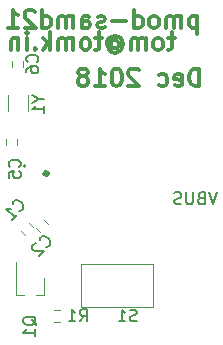
<source format=gbo>
G04 #@! TF.GenerationSoftware,KiCad,Pcbnew,5.0.1*
G04 #@! TF.CreationDate,2018-12-09T07:22:16-08:00*
G04 #@! TF.ProjectId,pmod-samd21-usbu,706D6F642D73616D6432312D75736275,rev?*
G04 #@! TF.SameCoordinates,PX8822960PY9c3a754*
G04 #@! TF.FileFunction,Legend,Bot*
G04 #@! TF.FilePolarity,Positive*
%FSLAX46Y46*%
G04 Gerber Fmt 4.6, Leading zero omitted, Abs format (unit mm)*
G04 Created by KiCad (PCBNEW 5.0.1) date Sun 09 Dec 2018 07:22:16 AM PST*
%MOMM*%
%LPD*%
G01*
G04 APERTURE LIST*
%ADD10C,0.300000*%
%ADD11C,0.170000*%
%ADD12C,0.400000*%
%ADD13C,0.120000*%
%ADD14C,0.150000*%
%ADD15C,0.652000*%
%ADD16O,2.302000X1.602000*%
%ADD17C,0.402000*%
%ADD18C,0.100000*%
%ADD19R,1.902000X1.102000*%
%ADD20C,0.602000*%
%ADD21R,0.602000X0.702000*%
%ADD22R,0.552000X1.602000*%
%ADD23R,0.502000X0.702000*%
%ADD24R,2.282000X1.702000*%
%ADD25C,1.602000*%
G04 APERTURE END LIST*
D10*
X16626042Y21965529D02*
X16626042Y23465529D01*
X16268900Y23465529D01*
X16054614Y23394100D01*
X15911757Y23251243D01*
X15840328Y23108386D01*
X15768900Y22822672D01*
X15768900Y22608386D01*
X15840328Y22322672D01*
X15911757Y22179815D01*
X16054614Y22036958D01*
X16268900Y21965529D01*
X16626042Y21965529D01*
X14554614Y22036958D02*
X14697471Y21965529D01*
X14983185Y21965529D01*
X15126042Y22036958D01*
X15197471Y22179815D01*
X15197471Y22751243D01*
X15126042Y22894100D01*
X14983185Y22965529D01*
X14697471Y22965529D01*
X14554614Y22894100D01*
X14483185Y22751243D01*
X14483185Y22608386D01*
X15197471Y22465529D01*
X13197471Y22036958D02*
X13340328Y21965529D01*
X13626042Y21965529D01*
X13768900Y22036958D01*
X13840328Y22108386D01*
X13911757Y22251243D01*
X13911757Y22679815D01*
X13840328Y22822672D01*
X13768900Y22894100D01*
X13626042Y22965529D01*
X13340328Y22965529D01*
X13197471Y22894100D01*
X11483185Y23322672D02*
X11411757Y23394100D01*
X11268900Y23465529D01*
X10911757Y23465529D01*
X10768900Y23394100D01*
X10697471Y23322672D01*
X10626042Y23179815D01*
X10626042Y23036958D01*
X10697471Y22822672D01*
X11554614Y21965529D01*
X10626042Y21965529D01*
X9697471Y23465529D02*
X9554614Y23465529D01*
X9411757Y23394100D01*
X9340328Y23322672D01*
X9268900Y23179815D01*
X9197471Y22894100D01*
X9197471Y22536958D01*
X9268900Y22251243D01*
X9340328Y22108386D01*
X9411757Y22036958D01*
X9554614Y21965529D01*
X9697471Y21965529D01*
X9840328Y22036958D01*
X9911757Y22108386D01*
X9983185Y22251243D01*
X10054614Y22536958D01*
X10054614Y22894100D01*
X9983185Y23179815D01*
X9911757Y23322672D01*
X9840328Y23394100D01*
X9697471Y23465529D01*
X7768900Y21965529D02*
X8626042Y21965529D01*
X8197471Y21965529D02*
X8197471Y23465529D01*
X8340328Y23251243D01*
X8483185Y23108386D01*
X8626042Y23036958D01*
X6911757Y22822672D02*
X7054614Y22894100D01*
X7126042Y22965529D01*
X7197471Y23108386D01*
X7197471Y23179815D01*
X7126042Y23322672D01*
X7054614Y23394100D01*
X6911757Y23465529D01*
X6626042Y23465529D01*
X6483185Y23394100D01*
X6411757Y23322672D01*
X6340328Y23179815D01*
X6340328Y23108386D01*
X6411757Y22965529D01*
X6483185Y22894100D01*
X6626042Y22822672D01*
X6911757Y22822672D01*
X7054614Y22751243D01*
X7126042Y22679815D01*
X7197471Y22536958D01*
X7197471Y22251243D01*
X7126042Y22108386D01*
X7054614Y22036958D01*
X6911757Y21965529D01*
X6626042Y21965529D01*
X6483185Y22036958D01*
X6411757Y22108386D01*
X6340328Y22251243D01*
X6340328Y22536958D01*
X6411757Y22679815D01*
X6483185Y22751243D01*
X6626042Y22822672D01*
X16470900Y27905829D02*
X16470900Y26405829D01*
X16470900Y27834400D02*
X16328042Y27905829D01*
X16042328Y27905829D01*
X15899471Y27834400D01*
X15828042Y27762972D01*
X15756614Y27620115D01*
X15756614Y27191543D01*
X15828042Y27048686D01*
X15899471Y26977258D01*
X16042328Y26905829D01*
X16328042Y26905829D01*
X16470900Y26977258D01*
X15113757Y26905829D02*
X15113757Y27905829D01*
X15113757Y27762972D02*
X15042328Y27834400D01*
X14899471Y27905829D01*
X14685185Y27905829D01*
X14542328Y27834400D01*
X14470900Y27691543D01*
X14470900Y26905829D01*
X14470900Y27691543D02*
X14399471Y27834400D01*
X14256614Y27905829D01*
X14042328Y27905829D01*
X13899471Y27834400D01*
X13828042Y27691543D01*
X13828042Y26905829D01*
X12899471Y26905829D02*
X13042328Y26977258D01*
X13113757Y27048686D01*
X13185185Y27191543D01*
X13185185Y27620115D01*
X13113757Y27762972D01*
X13042328Y27834400D01*
X12899471Y27905829D01*
X12685185Y27905829D01*
X12542328Y27834400D01*
X12470900Y27762972D01*
X12399471Y27620115D01*
X12399471Y27191543D01*
X12470900Y27048686D01*
X12542328Y26977258D01*
X12685185Y26905829D01*
X12899471Y26905829D01*
X11113757Y26905829D02*
X11113757Y28405829D01*
X11113757Y26977258D02*
X11256614Y26905829D01*
X11542328Y26905829D01*
X11685185Y26977258D01*
X11756614Y27048686D01*
X11828042Y27191543D01*
X11828042Y27620115D01*
X11756614Y27762972D01*
X11685185Y27834400D01*
X11542328Y27905829D01*
X11256614Y27905829D01*
X11113757Y27834400D01*
X10399471Y27477258D02*
X9256614Y27477258D01*
X8613757Y26977258D02*
X8470900Y26905829D01*
X8185185Y26905829D01*
X8042328Y26977258D01*
X7970900Y27120115D01*
X7970900Y27191543D01*
X8042328Y27334400D01*
X8185185Y27405829D01*
X8399471Y27405829D01*
X8542328Y27477258D01*
X8613757Y27620115D01*
X8613757Y27691543D01*
X8542328Y27834400D01*
X8399471Y27905829D01*
X8185185Y27905829D01*
X8042328Y27834400D01*
X6685185Y26905829D02*
X6685185Y27691543D01*
X6756614Y27834400D01*
X6899471Y27905829D01*
X7185185Y27905829D01*
X7328042Y27834400D01*
X6685185Y26977258D02*
X6828042Y26905829D01*
X7185185Y26905829D01*
X7328042Y26977258D01*
X7399471Y27120115D01*
X7399471Y27262972D01*
X7328042Y27405829D01*
X7185185Y27477258D01*
X6828042Y27477258D01*
X6685185Y27548686D01*
X5970900Y26905829D02*
X5970900Y27905829D01*
X5970900Y27762972D02*
X5899471Y27834400D01*
X5756614Y27905829D01*
X5542328Y27905829D01*
X5399471Y27834400D01*
X5328042Y27691543D01*
X5328042Y26905829D01*
X5328042Y27691543D02*
X5256614Y27834400D01*
X5113757Y27905829D01*
X4899471Y27905829D01*
X4756614Y27834400D01*
X4685185Y27691543D01*
X4685185Y26905829D01*
X3328042Y26905829D02*
X3328042Y28405829D01*
X3328042Y26977258D02*
X3470900Y26905829D01*
X3756614Y26905829D01*
X3899471Y26977258D01*
X3970900Y27048686D01*
X4042328Y27191543D01*
X4042328Y27620115D01*
X3970900Y27762972D01*
X3899471Y27834400D01*
X3756614Y27905829D01*
X3470900Y27905829D01*
X3328042Y27834400D01*
X2685185Y28262972D02*
X2613757Y28334400D01*
X2470900Y28405829D01*
X2113757Y28405829D01*
X1970900Y28334400D01*
X1899471Y28262972D01*
X1828042Y28120115D01*
X1828042Y27977258D01*
X1899471Y27762972D01*
X2756614Y26905829D01*
X1828042Y26905829D01*
X399471Y26905829D02*
X1256614Y26905829D01*
X828042Y26905829D02*
X828042Y28405829D01*
X970900Y28191543D01*
X1113757Y28048686D01*
X1256614Y27977258D01*
X14528714Y26026229D02*
X13957285Y26026229D01*
X14314428Y26526229D02*
X14314428Y25240515D01*
X14243000Y25097658D01*
X14100142Y25026229D01*
X13957285Y25026229D01*
X13243000Y25026229D02*
X13385857Y25097658D01*
X13457285Y25169086D01*
X13528714Y25311943D01*
X13528714Y25740515D01*
X13457285Y25883372D01*
X13385857Y25954800D01*
X13243000Y26026229D01*
X13028714Y26026229D01*
X12885857Y25954800D01*
X12814428Y25883372D01*
X12743000Y25740515D01*
X12743000Y25311943D01*
X12814428Y25169086D01*
X12885857Y25097658D01*
X13028714Y25026229D01*
X13243000Y25026229D01*
X12100142Y25026229D02*
X12100142Y26026229D01*
X12100142Y25883372D02*
X12028714Y25954800D01*
X11885857Y26026229D01*
X11671571Y26026229D01*
X11528714Y25954800D01*
X11457285Y25811943D01*
X11457285Y25026229D01*
X11457285Y25811943D02*
X11385857Y25954800D01*
X11243000Y26026229D01*
X11028714Y26026229D01*
X10885857Y25954800D01*
X10814428Y25811943D01*
X10814428Y25026229D01*
X9171571Y25740515D02*
X9243000Y25811943D01*
X9385857Y25883372D01*
X9528714Y25883372D01*
X9671571Y25811943D01*
X9743000Y25740515D01*
X9814428Y25597658D01*
X9814428Y25454800D01*
X9743000Y25311943D01*
X9671571Y25240515D01*
X9528714Y25169086D01*
X9385857Y25169086D01*
X9243000Y25240515D01*
X9171571Y25311943D01*
X9171571Y25883372D02*
X9171571Y25311943D01*
X9100142Y25240515D01*
X9028714Y25240515D01*
X8885857Y25311943D01*
X8814428Y25454800D01*
X8814428Y25811943D01*
X8957285Y26026229D01*
X9171571Y26169086D01*
X9457285Y26240515D01*
X9743000Y26169086D01*
X9957285Y26026229D01*
X10100142Y25811943D01*
X10171571Y25526229D01*
X10100142Y25240515D01*
X9957285Y25026229D01*
X9743000Y24883372D01*
X9457285Y24811943D01*
X9171571Y24883372D01*
X8957285Y25026229D01*
X8385857Y26026229D02*
X7814428Y26026229D01*
X8171571Y26526229D02*
X8171571Y25240515D01*
X8100142Y25097658D01*
X7957285Y25026229D01*
X7814428Y25026229D01*
X7100142Y25026229D02*
X7243000Y25097658D01*
X7314428Y25169086D01*
X7385857Y25311943D01*
X7385857Y25740515D01*
X7314428Y25883372D01*
X7243000Y25954800D01*
X7100142Y26026229D01*
X6885857Y26026229D01*
X6743000Y25954800D01*
X6671571Y25883372D01*
X6600142Y25740515D01*
X6600142Y25311943D01*
X6671571Y25169086D01*
X6743000Y25097658D01*
X6885857Y25026229D01*
X7100142Y25026229D01*
X5957285Y25026229D02*
X5957285Y26026229D01*
X5957285Y25883372D02*
X5885857Y25954800D01*
X5743000Y26026229D01*
X5528714Y26026229D01*
X5385857Y25954800D01*
X5314428Y25811943D01*
X5314428Y25026229D01*
X5314428Y25811943D02*
X5243000Y25954800D01*
X5100142Y26026229D01*
X4885857Y26026229D01*
X4743000Y25954800D01*
X4671571Y25811943D01*
X4671571Y25026229D01*
X3957285Y25026229D02*
X3957285Y26526229D01*
X3814428Y25597658D02*
X3385857Y25026229D01*
X3385857Y26026229D02*
X3957285Y25454800D01*
X2743000Y25169086D02*
X2671571Y25097658D01*
X2743000Y25026229D01*
X2814428Y25097658D01*
X2743000Y25169086D01*
X2743000Y25026229D01*
X2028714Y25026229D02*
X2028714Y26026229D01*
X2028714Y26526229D02*
X2100142Y26454800D01*
X2028714Y26383372D01*
X1957285Y26454800D01*
X2028714Y26526229D01*
X2028714Y26383372D01*
X1314428Y26026229D02*
X1314428Y25026229D01*
X1314428Y25883372D02*
X1243000Y25954800D01*
X1100142Y26026229D01*
X885857Y26026229D01*
X743000Y25954800D01*
X671571Y25811943D01*
X671571Y25026229D01*
D11*
G04 #@! TO.C,U1*
X1941933Y15219504D02*
G75*
G03X1941933Y15219504I-100000J0D01*
G01*
D12*
X3773469Y14581693D02*
G75*
G03X3773469Y14581693I-126999J0D01*
G01*
D13*
G04 #@! TO.C,Y1*
X395000Y19886300D02*
X395000Y21236300D01*
X2145000Y19886300D02*
X2145000Y21236300D01*
G04 #@! TO.C,C1*
X1876437Y9384183D02*
X1522883Y9737737D01*
X2187563Y10402417D02*
X2541117Y10048863D01*
G04 #@! TO.C,C2*
X3146437Y9638183D02*
X2792883Y9991737D01*
X3457563Y10656417D02*
X3811117Y10302863D01*
G04 #@! TO.C,C5*
X1232000Y17509300D02*
X1232000Y17009300D01*
X292000Y17009300D02*
X292000Y17509300D01*
G04 #@! TO.C,C6*
X1740000Y24113300D02*
X1740000Y23613300D01*
X800000Y23613300D02*
X800000Y24113300D01*
G04 #@! TO.C,Q1*
X2786000Y4332300D02*
X3446000Y4332300D01*
X1116000Y4332300D02*
X1786000Y4332300D01*
X1126000Y4332300D02*
X1126000Y7067300D01*
X3446000Y5742300D02*
X3446000Y4332300D01*
G04 #@! TO.C,R1*
X4322000Y3057300D02*
X4822000Y3057300D01*
X4822000Y1997300D02*
X4322000Y1997300D01*
G04 #@! TO.C,S1*
X6592000Y3257300D02*
X12712000Y3257300D01*
X12712000Y3257300D02*
X12712000Y6877300D01*
X12712000Y6877300D02*
X6592000Y6877300D01*
X6592000Y6877300D02*
X6592000Y3257300D01*
G04 #@! TO.C,Y1*
D14*
X3024190Y20910491D02*
X3500380Y20910491D01*
X2500380Y21243824D02*
X3024190Y20910491D01*
X2500380Y20577158D01*
X3500380Y19720015D02*
X3500380Y20291443D01*
X3500380Y20005729D02*
X2500380Y20005729D01*
X2643238Y20100967D01*
X2738476Y20196205D01*
X2786095Y20291443D01*
G04 #@! TO.C,C1*
X1386389Y11409613D02*
X1453732Y11409613D01*
X1588419Y11476957D01*
X1655763Y11544300D01*
X1723106Y11678988D01*
X1723106Y11813675D01*
X1689435Y11914690D01*
X1588419Y12083049D01*
X1487404Y12184064D01*
X1319045Y12285079D01*
X1218030Y12318751D01*
X1083343Y12318751D01*
X948656Y12251407D01*
X881312Y12184064D01*
X813969Y12049377D01*
X813969Y11982033D01*
X780297Y10668835D02*
X1184358Y11072896D01*
X982328Y10870865D02*
X275221Y11577972D01*
X443580Y11544300D01*
X578267Y11544300D01*
X679282Y11577972D01*
G04 #@! TO.C,C2*
X3672389Y8361613D02*
X3739732Y8361613D01*
X3874419Y8428957D01*
X3941763Y8496300D01*
X4009106Y8630988D01*
X4009106Y8765675D01*
X3975435Y8866690D01*
X3874419Y9035049D01*
X3773404Y9136064D01*
X3605045Y9237079D01*
X3504030Y9270751D01*
X3369343Y9270751D01*
X3234656Y9203407D01*
X3167312Y9136064D01*
X3099969Y9001377D01*
X3099969Y8934033D01*
X2830595Y8664659D02*
X2763251Y8664659D01*
X2662236Y8630988D01*
X2493877Y8462629D01*
X2460206Y8361613D01*
X2460206Y8294270D01*
X2493877Y8193255D01*
X2561221Y8125911D01*
X2695908Y8058568D01*
X3504030Y8058568D01*
X3066297Y7620835D01*
G04 #@! TO.C,C5*
X1398542Y15139967D02*
X1446161Y15187586D01*
X1493780Y15330443D01*
X1493780Y15425681D01*
X1446161Y15568539D01*
X1350923Y15663777D01*
X1255685Y15711396D01*
X1065209Y15759015D01*
X922352Y15759015D01*
X731876Y15711396D01*
X636638Y15663777D01*
X541400Y15568539D01*
X493780Y15425681D01*
X493780Y15330443D01*
X541400Y15187586D01*
X589019Y15139967D01*
X493780Y14235205D02*
X493780Y14711396D01*
X969971Y14759015D01*
X922352Y14711396D01*
X874733Y14616158D01*
X874733Y14378062D01*
X922352Y14282824D01*
X969971Y14235205D01*
X1065209Y14187586D01*
X1303304Y14187586D01*
X1398542Y14235205D01*
X1446161Y14282824D01*
X1493780Y14378062D01*
X1493780Y14616158D01*
X1446161Y14711396D01*
X1398542Y14759015D01*
G04 #@! TO.C,C6*
X2897142Y24029967D02*
X2944761Y24077586D01*
X2992380Y24220443D01*
X2992380Y24315681D01*
X2944761Y24458539D01*
X2849523Y24553777D01*
X2754285Y24601396D01*
X2563809Y24649015D01*
X2420952Y24649015D01*
X2230476Y24601396D01*
X2135238Y24553777D01*
X2040000Y24458539D01*
X1992380Y24315681D01*
X1992380Y24220443D01*
X2040000Y24077586D01*
X2087619Y24029967D01*
X1992380Y23172824D02*
X1992380Y23363300D01*
X2040000Y23458539D01*
X2087619Y23506158D01*
X2230476Y23601396D01*
X2420952Y23649015D01*
X2801904Y23649015D01*
X2897142Y23601396D01*
X2944761Y23553777D01*
X2992380Y23458539D01*
X2992380Y23268062D01*
X2944761Y23172824D01*
X2897142Y23125205D01*
X2801904Y23077586D01*
X2563809Y23077586D01*
X2468571Y23125205D01*
X2420952Y23172824D01*
X2373333Y23268062D01*
X2373333Y23458539D01*
X2420952Y23553777D01*
X2468571Y23601396D01*
X2563809Y23649015D01*
G04 #@! TO.C,Q1*
X2833619Y1733539D02*
X2786000Y1828777D01*
X2690761Y1924015D01*
X2547904Y2066872D01*
X2500285Y2162110D01*
X2500285Y2257348D01*
X2738380Y2209729D02*
X2690761Y2304967D01*
X2595523Y2400205D01*
X2405047Y2447824D01*
X2071714Y2447824D01*
X1881238Y2400205D01*
X1786000Y2304967D01*
X1738380Y2209729D01*
X1738380Y2019253D01*
X1786000Y1924015D01*
X1881238Y1828777D01*
X2071714Y1781158D01*
X2405047Y1781158D01*
X2595523Y1828777D01*
X2690761Y1924015D01*
X2738380Y2019253D01*
X2738380Y2209729D01*
X2738380Y828777D02*
X2738380Y1400205D01*
X2738380Y1114491D02*
X1738380Y1114491D01*
X1881238Y1209729D01*
X1976476Y1304967D01*
X2024095Y1400205D01*
G04 #@! TO.C,R1*
X6516666Y2074920D02*
X6850000Y2551110D01*
X7088095Y2074920D02*
X7088095Y3074920D01*
X6707142Y3074920D01*
X6611904Y3027300D01*
X6564285Y2979681D01*
X6516666Y2884443D01*
X6516666Y2741586D01*
X6564285Y2646348D01*
X6611904Y2598729D01*
X6707142Y2551110D01*
X7088095Y2551110D01*
X5564285Y2074920D02*
X6135714Y2074920D01*
X5850000Y2074920D02*
X5850000Y3074920D01*
X5945238Y2932062D01*
X6040476Y2836824D01*
X6135714Y2789205D01*
G04 #@! TO.C,S1*
X11310524Y2104759D02*
X11167667Y2057140D01*
X10929572Y2057140D01*
X10834334Y2104759D01*
X10786715Y2152378D01*
X10739096Y2247616D01*
X10739096Y2342854D01*
X10786715Y2438092D01*
X10834334Y2485711D01*
X10929572Y2533330D01*
X11120048Y2580949D01*
X11215286Y2628568D01*
X11262905Y2676187D01*
X11310524Y2771425D01*
X11310524Y2866663D01*
X11262905Y2961901D01*
X11215286Y3009520D01*
X11120048Y3057140D01*
X10881953Y3057140D01*
X10739096Y3009520D01*
X9786715Y2057140D02*
X10358143Y2057140D01*
X10072429Y2057140D02*
X10072429Y3057140D01*
X10167667Y2914282D01*
X10262905Y2819044D01*
X10358143Y2771425D01*
G04 #@! TO.C,TP1*
X18089333Y12970760D02*
X17756000Y11970760D01*
X17422666Y12970760D01*
X16756000Y12494569D02*
X16613142Y12446950D01*
X16565523Y12399331D01*
X16517904Y12304093D01*
X16517904Y12161236D01*
X16565523Y12065998D01*
X16613142Y12018379D01*
X16708380Y11970760D01*
X17089333Y11970760D01*
X17089333Y12970760D01*
X16756000Y12970760D01*
X16660761Y12923140D01*
X16613142Y12875521D01*
X16565523Y12780283D01*
X16565523Y12685045D01*
X16613142Y12589807D01*
X16660761Y12542188D01*
X16756000Y12494569D01*
X17089333Y12494569D01*
X16089333Y12970760D02*
X16089333Y12161236D01*
X16041714Y12065998D01*
X15994095Y12018379D01*
X15898857Y11970760D01*
X15708380Y11970760D01*
X15613142Y12018379D01*
X15565523Y12065998D01*
X15517904Y12161236D01*
X15517904Y12970760D01*
X15089333Y12018379D02*
X14946476Y11970760D01*
X14708380Y11970760D01*
X14613142Y12018379D01*
X14565523Y12065998D01*
X14517904Y12161236D01*
X14517904Y12256474D01*
X14565523Y12351712D01*
X14613142Y12399331D01*
X14708380Y12446950D01*
X14898857Y12494569D01*
X14994095Y12542188D01*
X15041714Y12589807D01*
X15089333Y12685045D01*
X15089333Y12780283D01*
X15041714Y12875521D01*
X14994095Y12923140D01*
X14898857Y12970760D01*
X14660761Y12970760D01*
X14517904Y12923140D01*
G04 #@! TD*
%LPC*%
D15*
G04 #@! TO.C,J3*
X14023560Y12599920D03*
X14023560Y16599920D03*
D16*
X12703560Y10999920D03*
X16173560Y10999920D03*
X12703560Y18199920D03*
X16173560Y18199920D03*
G04 #@! TD*
D17*
G04 #@! TO.C,U1*
X2197608Y15617605D03*
D18*
G36*
X2888451Y15211019D02*
X2604194Y14926762D01*
X1506765Y16024191D01*
X1791022Y16308448D01*
X2888451Y15211019D01*
X2888451Y15211019D01*
G37*
D17*
X2551161Y15971158D03*
D18*
G36*
X3242004Y15564572D02*
X2957747Y15280315D01*
X1860318Y16377744D01*
X2144575Y16662001D01*
X3242004Y15564572D01*
X3242004Y15564572D01*
G37*
D17*
X2904715Y16324712D03*
D18*
G36*
X3595558Y15918126D02*
X3311301Y15633869D01*
X2213872Y16731298D01*
X2498129Y17015555D01*
X3595558Y15918126D01*
X3595558Y15918126D01*
G37*
D17*
X3258268Y16678265D03*
D18*
G36*
X3949111Y16271679D02*
X3664854Y15987422D01*
X2567425Y17084851D01*
X2851682Y17369108D01*
X3949111Y16271679D01*
X3949111Y16271679D01*
G37*
D17*
X3611821Y17031818D03*
D18*
G36*
X4302664Y16625232D02*
X4018407Y16340975D01*
X2920978Y17438404D01*
X3205235Y17722661D01*
X4302664Y16625232D01*
X4302664Y16625232D01*
G37*
D17*
X3965375Y17385372D03*
D18*
G36*
X4656218Y16978786D02*
X4371961Y16694529D01*
X3274532Y17791958D01*
X3558789Y18076215D01*
X4656218Y16978786D01*
X4656218Y16978786D01*
G37*
D17*
X4318928Y17738925D03*
D18*
G36*
X5009771Y17332339D02*
X4725514Y17048082D01*
X3628085Y18145511D01*
X3912342Y18429768D01*
X5009771Y17332339D01*
X5009771Y17332339D01*
G37*
D17*
X4672482Y18092479D03*
D18*
G36*
X5363325Y17685893D02*
X5079068Y17401636D01*
X3981639Y18499065D01*
X4265896Y18783322D01*
X5363325Y17685893D01*
X5363325Y17685893D01*
G37*
D17*
X5026035Y18446032D03*
D18*
G36*
X5716878Y18039446D02*
X5432621Y17755189D01*
X4335192Y18852618D01*
X4619449Y19136875D01*
X5716878Y18039446D01*
X5716878Y18039446D01*
G37*
D17*
X5733142Y19153139D03*
D18*
G36*
X6423985Y18746553D02*
X6139728Y18462296D01*
X5042299Y19559725D01*
X5326556Y19843982D01*
X6423985Y18746553D01*
X6423985Y18746553D01*
G37*
D17*
X6086695Y19506692D03*
D18*
G36*
X6777538Y19100106D02*
X6493281Y18815849D01*
X5395852Y19913278D01*
X5680109Y20197535D01*
X6777538Y19100106D01*
X6777538Y19100106D01*
G37*
D17*
X8137305Y19506692D03*
D18*
G36*
X7730719Y18815849D02*
X7446462Y19100106D01*
X8543891Y20197535D01*
X8828148Y19913278D01*
X7730719Y18815849D01*
X7730719Y18815849D01*
G37*
D17*
X8490858Y19153139D03*
D18*
G36*
X8084272Y18462296D02*
X7800015Y18746553D01*
X8897444Y19843982D01*
X9181701Y19559725D01*
X8084272Y18462296D01*
X8084272Y18462296D01*
G37*
D17*
X8844412Y18799585D03*
D18*
G36*
X8437826Y18108742D02*
X8153569Y18392999D01*
X9250998Y19490428D01*
X9535255Y19206171D01*
X8437826Y18108742D01*
X8437826Y18108742D01*
G37*
D17*
X9197965Y18446032D03*
D18*
G36*
X8791379Y17755189D02*
X8507122Y18039446D01*
X9604551Y19136875D01*
X9888808Y18852618D01*
X8791379Y17755189D01*
X8791379Y17755189D01*
G37*
D17*
X9551518Y18092479D03*
D18*
G36*
X9958104Y18783322D02*
X10242361Y18499065D01*
X9144932Y17401636D01*
X8860675Y17685893D01*
X9958104Y18783322D01*
X9958104Y18783322D01*
G37*
D17*
X9905072Y17738925D03*
D18*
G36*
X9498486Y17048082D02*
X9214229Y17332339D01*
X10311658Y18429768D01*
X10595915Y18145511D01*
X9498486Y17048082D01*
X9498486Y17048082D01*
G37*
D17*
X10258625Y17385372D03*
D18*
G36*
X10665211Y18076215D02*
X10949468Y17791958D01*
X9852039Y16694529D01*
X9567782Y16978786D01*
X10665211Y18076215D01*
X10665211Y18076215D01*
G37*
D17*
X10612179Y17031818D03*
D18*
G36*
X11018765Y17722661D02*
X11303022Y17438404D01*
X10205593Y16340975D01*
X9921336Y16625232D01*
X11018765Y17722661D01*
X11018765Y17722661D01*
G37*
D17*
X10965732Y16678265D03*
D18*
G36*
X11372318Y17369108D02*
X11656575Y17084851D01*
X10559146Y15987422D01*
X10274889Y16271679D01*
X11372318Y17369108D01*
X11372318Y17369108D01*
G37*
D17*
X11319285Y16324712D03*
D18*
G36*
X11725871Y17015555D02*
X12010128Y16731298D01*
X10912699Y15633869D01*
X10628442Y15918126D01*
X11725871Y17015555D01*
X11725871Y17015555D01*
G37*
D17*
X11672839Y15971158D03*
D18*
G36*
X12079425Y16662001D02*
X12363682Y16377744D01*
X11266253Y15280315D01*
X10981996Y15564572D01*
X12079425Y16662001D01*
X12079425Y16662001D01*
G37*
D17*
X12026392Y15617605D03*
D18*
G36*
X12432978Y16308448D02*
X12717235Y16024191D01*
X11619806Y14926762D01*
X11335549Y15211019D01*
X12432978Y16308448D01*
X12432978Y16308448D01*
G37*
D17*
X5379588Y18799585D03*
D18*
G36*
X6070431Y18392999D02*
X5786174Y18108742D01*
X4688745Y19206171D01*
X4973002Y19490428D01*
X6070431Y18392999D01*
X6070431Y18392999D01*
G37*
D17*
X12005179Y13588208D03*
D18*
G36*
X11314336Y13994794D02*
X11598593Y14279051D01*
X12696022Y13181622D01*
X12411765Y12897365D01*
X11314336Y13994794D01*
X11314336Y13994794D01*
G37*
D17*
X11672839Y13213442D03*
D18*
G36*
X10981996Y13620028D02*
X11266253Y13904285D01*
X12363682Y12806856D01*
X12079425Y12522599D01*
X10981996Y13620028D01*
X10981996Y13620028D01*
G37*
D17*
X11319285Y12859888D03*
D18*
G36*
X10628442Y13266474D02*
X10912699Y13550731D01*
X12010128Y12453302D01*
X11725871Y12169045D01*
X10628442Y13266474D01*
X10628442Y13266474D01*
G37*
D17*
X10965732Y12506335D03*
D18*
G36*
X10274889Y12912921D02*
X10559146Y13197178D01*
X11656575Y12099749D01*
X11372318Y11815492D01*
X10274889Y12912921D01*
X10274889Y12912921D01*
G37*
D17*
X10612179Y12152782D03*
D18*
G36*
X9921336Y12559368D02*
X10205593Y12843625D01*
X11303022Y11746196D01*
X11018765Y11461939D01*
X9921336Y12559368D01*
X9921336Y12559368D01*
G37*
D17*
X10258625Y11799228D03*
D18*
G36*
X9567782Y12205814D02*
X9852039Y12490071D01*
X10949468Y11392642D01*
X10665211Y11108385D01*
X9567782Y12205814D01*
X9567782Y12205814D01*
G37*
D17*
X9905072Y11445675D03*
D18*
G36*
X9214229Y11852261D02*
X9498486Y12136518D01*
X10595915Y11039089D01*
X10311658Y10754832D01*
X9214229Y11852261D01*
X9214229Y11852261D01*
G37*
D17*
X9551518Y11092121D03*
D18*
G36*
X8860675Y11498707D02*
X9144932Y11782964D01*
X10242361Y10685535D01*
X9958104Y10401278D01*
X8860675Y11498707D01*
X8860675Y11498707D01*
G37*
D17*
X9197965Y10738568D03*
D18*
G36*
X8507122Y11145154D02*
X8791379Y11429411D01*
X9888808Y10331982D01*
X9604551Y10047725D01*
X8507122Y11145154D01*
X8507122Y11145154D01*
G37*
D17*
X8490858Y10031461D03*
D18*
G36*
X7800015Y10438047D02*
X8084272Y10722304D01*
X9181701Y9624875D01*
X8897444Y9340618D01*
X7800015Y10438047D01*
X7800015Y10438047D01*
G37*
D17*
X8137305Y9677908D03*
D18*
G36*
X7446462Y10084494D02*
X7730719Y10368751D01*
X8828148Y9271322D01*
X8543891Y8987065D01*
X7446462Y10084494D01*
X7446462Y10084494D01*
G37*
D17*
X8844412Y10385015D03*
D18*
G36*
X8153569Y10791601D02*
X8437826Y11075858D01*
X9535255Y9978429D01*
X9250998Y9694172D01*
X8153569Y10791601D01*
X8153569Y10791601D01*
G37*
D17*
X6086695Y9677908D03*
D18*
G36*
X6493281Y10368751D02*
X6777538Y10084494D01*
X5680109Y8987065D01*
X5395852Y9271322D01*
X6493281Y10368751D01*
X6493281Y10368751D01*
G37*
D17*
X5733142Y10031461D03*
D18*
G36*
X6139728Y10722304D02*
X6423985Y10438047D01*
X5326556Y9340618D01*
X5042299Y9624875D01*
X6139728Y10722304D01*
X6139728Y10722304D01*
G37*
D17*
X5379588Y10385015D03*
D18*
G36*
X5786174Y11075858D02*
X6070431Y10791601D01*
X4973002Y9694172D01*
X4688745Y9978429D01*
X5786174Y11075858D01*
X5786174Y11075858D01*
G37*
D17*
X5026035Y10738568D03*
D18*
G36*
X5432621Y11429411D02*
X5716878Y11145154D01*
X4619449Y10047725D01*
X4335192Y10331982D01*
X5432621Y11429411D01*
X5432621Y11429411D01*
G37*
D17*
X4672482Y11092121D03*
D18*
G36*
X5079068Y11782964D02*
X5363325Y11498707D01*
X4265896Y10401278D01*
X3981639Y10685535D01*
X5079068Y11782964D01*
X5079068Y11782964D01*
G37*
D17*
X4318928Y11445675D03*
D18*
G36*
X4725514Y12136518D02*
X5009771Y11852261D01*
X3912342Y10754832D01*
X3628085Y11039089D01*
X4725514Y12136518D01*
X4725514Y12136518D01*
G37*
D17*
X3965375Y11799228D03*
D18*
G36*
X3558789Y11108385D02*
X3274532Y11392642D01*
X4371961Y12490071D01*
X4656218Y12205814D01*
X3558789Y11108385D01*
X3558789Y11108385D01*
G37*
D17*
X3611821Y12152782D03*
D18*
G36*
X3205235Y11461939D02*
X2920978Y11746196D01*
X4018407Y12843625D01*
X4302664Y12559368D01*
X3205235Y11461939D01*
X3205235Y11461939D01*
G37*
D17*
X3258268Y12506335D03*
D18*
G36*
X2851682Y11815492D02*
X2567425Y12099749D01*
X3664854Y13197178D01*
X3949111Y12912921D01*
X2851682Y11815492D01*
X2851682Y11815492D01*
G37*
D17*
X2904715Y12859888D03*
D18*
G36*
X2498129Y12169045D02*
X2213872Y12453302D01*
X3311301Y13550731D01*
X3595558Y13266474D01*
X2498129Y12169045D01*
X2498129Y12169045D01*
G37*
D17*
X2551161Y13213442D03*
D18*
G36*
X2144575Y12522599D02*
X1860318Y12806856D01*
X2957747Y13904285D01*
X3242004Y13620028D01*
X2144575Y12522599D01*
X2144575Y12522599D01*
G37*
D17*
X2197608Y13566995D03*
D18*
G36*
X1791022Y12876152D02*
X1506765Y13160409D01*
X2604194Y14257838D01*
X2888451Y13973581D01*
X1791022Y12876152D01*
X1791022Y12876152D01*
G37*
G04 #@! TD*
D19*
G04 #@! TO.C,Y1*
X1270000Y21811300D03*
X1270000Y19311300D03*
G04 #@! TD*
D20*
G04 #@! TO.C,C1*
X1643091Y10282209D03*
D18*
G36*
X1182057Y10317564D02*
X1607736Y10743243D01*
X2104125Y10246854D01*
X1678446Y9821175D01*
X1182057Y10317564D01*
X1182057Y10317564D01*
G37*
D20*
X2420909Y9504391D03*
D18*
G36*
X1959875Y9539746D02*
X2385554Y9965425D01*
X2881943Y9469036D01*
X2456264Y9043357D01*
X1959875Y9539746D01*
X1959875Y9539746D01*
G37*
G04 #@! TD*
D20*
G04 #@! TO.C,C2*
X2913091Y10536209D03*
D18*
G36*
X2452057Y10571564D02*
X2877736Y10997243D01*
X3374125Y10500854D01*
X2948446Y10075175D01*
X2452057Y10571564D01*
X2452057Y10571564D01*
G37*
D20*
X3690909Y9758391D03*
D18*
G36*
X3229875Y9793746D02*
X3655554Y10219425D01*
X4151943Y9723036D01*
X3726264Y9297357D01*
X3229875Y9793746D01*
X3229875Y9793746D01*
G37*
G04 #@! TD*
D21*
G04 #@! TO.C,C5*
X762000Y16709300D03*
X762000Y17809300D03*
G04 #@! TD*
G04 #@! TO.C,C6*
X1270000Y23313300D03*
X1270000Y24413300D03*
G04 #@! TD*
D22*
G04 #@! TO.C,Q1*
X1636000Y6397300D03*
X2936000Y6397300D03*
X2286000Y3737300D03*
G04 #@! TD*
D23*
G04 #@! TO.C,R1*
X5022000Y2527300D03*
X4122000Y2527300D03*
G04 #@! TD*
D24*
G04 #@! TO.C,S1*
X5062000Y5067300D03*
X14242000Y5067300D03*
G04 #@! TD*
D25*
G04 #@! TO.C,TP1*
X16510000Y14719300D03*
G04 #@! TD*
M02*

</source>
